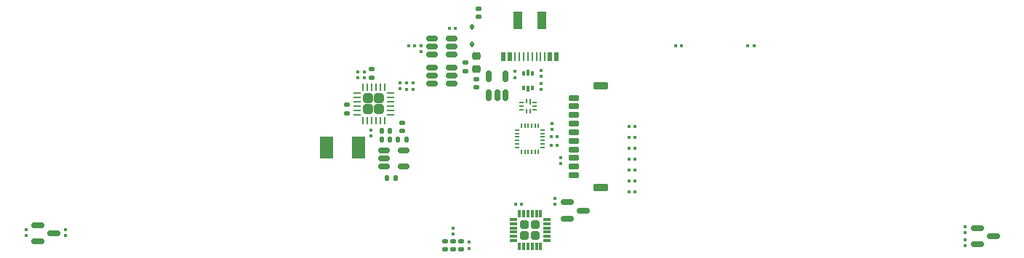
<source format=gbr>
%TF.GenerationSoftware,KiCad,Pcbnew,(7.0.0)*%
%TF.CreationDate,2023-10-05T11:29:09+03:00*%
%TF.ProjectId,Controller,436f6e74-726f-46c6-9c65-722e6b696361,1.0*%
%TF.SameCoordinates,Original*%
%TF.FileFunction,Paste,Top*%
%TF.FilePolarity,Positive*%
%FSLAX46Y46*%
G04 Gerber Fmt 4.6, Leading zero omitted, Abs format (unit mm)*
G04 Created by KiCad (PCBNEW (7.0.0)) date 2023-10-05 11:29:09*
%MOMM*%
%LPD*%
G01*
G04 APERTURE LIST*
G04 Aperture macros list*
%AMRoundRect*
0 Rectangle with rounded corners*
0 $1 Rounding radius*
0 $2 $3 $4 $5 $6 $7 $8 $9 X,Y pos of 4 corners*
0 Add a 4 corners polygon primitive as box body*
4,1,4,$2,$3,$4,$5,$6,$7,$8,$9,$2,$3,0*
0 Add four circle primitives for the rounded corners*
1,1,$1+$1,$2,$3*
1,1,$1+$1,$4,$5*
1,1,$1+$1,$6,$7*
1,1,$1+$1,$8,$9*
0 Add four rect primitives between the rounded corners*
20,1,$1+$1,$2,$3,$4,$5,0*
20,1,$1+$1,$4,$5,$6,$7,0*
20,1,$1+$1,$6,$7,$8,$9,0*
20,1,$1+$1,$8,$9,$2,$3,0*%
G04 Aperture macros list end*
%ADD10RoundRect,0.050000X0.050000X-0.225000X0.050000X0.225000X-0.050000X0.225000X-0.050000X-0.225000X0*%
%ADD11RoundRect,0.050000X0.225000X0.050000X-0.225000X0.050000X-0.225000X-0.050000X0.225000X-0.050000X0*%
%ADD12RoundRect,0.079500X-0.079500X-0.100500X0.079500X-0.100500X0.079500X0.100500X-0.079500X0.100500X0*%
%ADD13RoundRect,0.079500X0.079500X0.100500X-0.079500X0.100500X-0.079500X-0.100500X0.079500X-0.100500X0*%
%ADD14RoundRect,0.079500X-0.100500X0.079500X-0.100500X-0.079500X0.100500X-0.079500X0.100500X0.079500X0*%
%ADD15R,1.000000X2.000000*%
%ADD16R,0.520000X1.000000*%
%ADD17R,0.270000X1.000000*%
%ADD18RoundRect,0.150000X-0.512500X-0.150000X0.512500X-0.150000X0.512500X0.150000X-0.512500X0.150000X0*%
%ADD19RoundRect,0.218750X-0.256250X0.218750X-0.256250X-0.218750X0.256250X-0.218750X0.256250X0.218750X0*%
%ADD20RoundRect,0.150000X-0.587500X-0.150000X0.587500X-0.150000X0.587500X0.150000X-0.587500X0.150000X0*%
%ADD21RoundRect,0.079500X0.100500X-0.079500X0.100500X0.079500X-0.100500X0.079500X-0.100500X-0.079500X0*%
%ADD22RoundRect,0.140000X0.170000X-0.140000X0.170000X0.140000X-0.170000X0.140000X-0.170000X-0.140000X0*%
%ADD23R,0.225000X0.663000*%
%ADD24R,0.225000X0.563000*%
%ADD25R,0.563000X0.225000*%
%ADD26R,1.500000X2.500000*%
%ADD27RoundRect,0.250000X0.315000X0.315000X-0.315000X0.315000X-0.315000X-0.315000X0.315000X-0.315000X0*%
%ADD28RoundRect,0.062500X0.375000X0.062500X-0.375000X0.062500X-0.375000X-0.062500X0.375000X-0.062500X0*%
%ADD29RoundRect,0.062500X0.062500X0.375000X-0.062500X0.375000X-0.062500X-0.375000X0.062500X-0.375000X0*%
%ADD30RoundRect,0.147500X0.172500X-0.147500X0.172500X0.147500X-0.172500X0.147500X-0.172500X-0.147500X0*%
%ADD31RoundRect,0.140000X-0.170000X0.140000X-0.170000X-0.140000X0.170000X-0.140000X0.170000X0.140000X0*%
%ADD32R,0.375000X0.500000*%
%ADD33R,0.300000X0.650000*%
%ADD34RoundRect,0.140000X-0.140000X-0.170000X0.140000X-0.170000X0.140000X0.170000X-0.140000X0.170000X0*%
%ADD35RoundRect,0.150000X0.150000X-0.512500X0.150000X0.512500X-0.150000X0.512500X-0.150000X-0.512500X0*%
%ADD36RoundRect,0.140000X0.140000X0.170000X-0.140000X0.170000X-0.140000X-0.170000X0.140000X-0.170000X0*%
%ADD37RoundRect,0.247500X-0.247500X-0.247500X0.247500X-0.247500X0.247500X0.247500X-0.247500X0.247500X0*%
%ADD38RoundRect,0.075000X-0.362500X-0.075000X0.362500X-0.075000X0.362500X0.075000X-0.362500X0.075000X0*%
%ADD39RoundRect,0.075000X-0.075000X-0.362500X0.075000X-0.362500X0.075000X0.362500X-0.075000X0.362500X0*%
%ADD40RoundRect,0.112500X0.112500X-0.187500X0.112500X0.187500X-0.112500X0.187500X-0.112500X-0.187500X0*%
%ADD41RoundRect,0.150000X0.512500X0.150000X-0.512500X0.150000X-0.512500X-0.150000X0.512500X-0.150000X0*%
%ADD42RoundRect,0.150000X0.475000X-0.150000X0.475000X0.150000X-0.475000X0.150000X-0.475000X-0.150000X0*%
%ADD43RoundRect,0.225000X0.625000X-0.225000X0.625000X0.225000X-0.625000X0.225000X-0.625000X-0.225000X0*%
G04 APERTURE END LIST*
D10*
%TO.C,U501*%
X140478000Y-88900000D03*
X140878000Y-88900000D03*
X141278000Y-88900000D03*
X141678000Y-88900000D03*
X142078000Y-88900000D03*
X142478000Y-88900000D03*
D11*
X142978000Y-88400000D03*
X142978000Y-88000000D03*
X142978000Y-87600000D03*
X142978000Y-87200000D03*
X142978000Y-86800000D03*
X142978000Y-86400000D03*
D10*
X142478000Y-85900000D03*
X142078000Y-85900000D03*
X141678000Y-85900000D03*
X141278000Y-85900000D03*
X140878000Y-85900000D03*
X140478000Y-85900000D03*
D11*
X139978000Y-86400000D03*
X139978000Y-86800000D03*
X139978000Y-87200000D03*
X139978000Y-87600000D03*
X139978000Y-88000000D03*
X139978000Y-88400000D03*
%TD*%
D12*
%TO.C,R301*%
X127326000Y-76606400D03*
X128016000Y-76606400D03*
%TD*%
D13*
%TO.C,R515*%
X159095000Y-76581000D03*
X158405000Y-76581000D03*
%TD*%
D12*
%TO.C,R504*%
X152980000Y-92329000D03*
X153670000Y-92329000D03*
%TD*%
D14*
%TO.C,C309*%
X122936000Y-86399000D03*
X122936000Y-87089000D03*
%TD*%
D15*
%TO.C,J101*%
X142877999Y-73607999D03*
X140077999Y-73607999D03*
D16*
X144577999Y-77807999D03*
X143827999Y-77807999D03*
D17*
X143227999Y-77807999D03*
X141727999Y-77807999D03*
X140727999Y-77807999D03*
X139727999Y-77807999D03*
D16*
X139127999Y-77807999D03*
X138377999Y-77807999D03*
X138377999Y-77807999D03*
X139127999Y-77807999D03*
D17*
X140227999Y-77807999D03*
X141227999Y-77807999D03*
X142227999Y-77807999D03*
X142727999Y-77807999D03*
D16*
X143827999Y-77807999D03*
X144577999Y-77807999D03*
%TD*%
D18*
%TO.C,U302*%
X130048000Y-79096000D03*
X130048000Y-80046000D03*
X130048000Y-80996000D03*
X132323000Y-80996000D03*
X132323000Y-80046000D03*
X132323000Y-79096000D03*
%TD*%
D12*
%TO.C,R506*%
X153005000Y-91059000D03*
X153695000Y-91059000D03*
%TD*%
D14*
%TO.C,R303*%
X121412000Y-79640000D03*
X121412000Y-80330000D03*
%TD*%
D19*
%TO.C,FB201*%
X135229600Y-77723800D03*
X135229600Y-79298800D03*
%TD*%
D20*
%TO.C,Q501*%
X145826000Y-94808000D03*
X145826000Y-96708000D03*
X147701000Y-95758000D03*
%TD*%
D21*
%TO.C,R512*%
X192151000Y-99877000D03*
X192151000Y-99187000D03*
%TD*%
D22*
%TO.C,C302*%
X123063000Y-80267000D03*
X123063000Y-79307000D03*
%TD*%
D23*
%TO.C,U202*%
X141474799Y-83098299D03*
D24*
X141074799Y-83048299D03*
D25*
X140506299Y-83216799D03*
X140506299Y-83616799D03*
X140506299Y-84016799D03*
D24*
X141074799Y-84185299D03*
X141474799Y-84185299D03*
D25*
X142043299Y-84016799D03*
X142043299Y-83616799D03*
X142043299Y-83216799D03*
%TD*%
D13*
%TO.C,C503*%
X140462000Y-94996000D03*
X139772000Y-94996000D03*
%TD*%
D26*
%TO.C,L301*%
X121538999Y-88394999D03*
X117838999Y-88394999D03*
%TD*%
D14*
%TO.C,R305*%
X127127000Y-80935000D03*
X127127000Y-81625000D03*
%TD*%
D13*
%TO.C,R514*%
X167543000Y-76581000D03*
X166853000Y-76581000D03*
%TD*%
D27*
%TO.C,U304*%
X123934500Y-83985000D03*
X123934500Y-82685000D03*
X122634500Y-83985000D03*
X122634500Y-82685000D03*
D28*
X125222000Y-84585000D03*
X125222000Y-84085000D03*
X125222000Y-83585000D03*
X125222000Y-83085000D03*
X125222000Y-82585000D03*
X125222000Y-82085000D03*
D29*
X124534500Y-81397500D03*
X124034500Y-81397500D03*
X123534500Y-81397500D03*
X123034500Y-81397500D03*
X122534500Y-81397500D03*
X122034500Y-81397500D03*
D28*
X121347000Y-82085000D03*
X121347000Y-82585000D03*
X121347000Y-83085000D03*
X121347000Y-83585000D03*
X121347000Y-84085000D03*
X121347000Y-84585000D03*
D29*
X122034500Y-85272500D03*
X122534500Y-85272500D03*
X123034500Y-85272500D03*
X123534500Y-85272500D03*
X124034500Y-85272500D03*
X124534500Y-85272500D03*
%TD*%
D30*
%TO.C,L101*%
X135509000Y-73230600D03*
X135509000Y-72260600D03*
%TD*%
D31*
%TO.C,C304*%
X126619000Y-85527000D03*
X126619000Y-86487000D03*
%TD*%
D12*
%TO.C,R505*%
X153005000Y-89789000D03*
X153695000Y-89789000D03*
%TD*%
%TO.C,R502*%
X153005000Y-87249000D03*
X153695000Y-87249000D03*
%TD*%
D32*
%TO.C,U203*%
X141779999Y-79755999D03*
D33*
X141242499Y-79680999D03*
D32*
X140704999Y-79755999D03*
X140704999Y-81455999D03*
D33*
X141242499Y-81530999D03*
D32*
X141779999Y-81455999D03*
%TD*%
D21*
%TO.C,R513*%
X82804000Y-98704000D03*
X82804000Y-98014000D03*
%TD*%
D31*
%TO.C,C303*%
X120142000Y-83470000D03*
X120142000Y-84430000D03*
%TD*%
D14*
%TO.C,R201*%
X142796000Y-80971000D03*
X142796000Y-81661000D03*
%TD*%
D34*
%TO.C,C301*%
X124234000Y-86490000D03*
X125194000Y-86490000D03*
%TD*%
D14*
%TO.C,R306*%
X127889000Y-80935000D03*
X127889000Y-81625000D03*
%TD*%
%TO.C,R202*%
X142796000Y-79477000D03*
X142796000Y-80167000D03*
%TD*%
D31*
%TO.C,C401*%
X133504000Y-99342000D03*
X133504000Y-100302000D03*
%TD*%
%TO.C,C202*%
X135255000Y-80447000D03*
X135255000Y-81407000D03*
%TD*%
D12*
%TO.C,R302*%
X132116000Y-74549000D03*
X132806000Y-74549000D03*
%TD*%
D35*
%TO.C,U201*%
X136718000Y-82372500D03*
X137668000Y-82372500D03*
X138618000Y-82372500D03*
X138618000Y-80097500D03*
X136718000Y-80097500D03*
%TD*%
D14*
%TO.C,C502*%
X144018000Y-85634000D03*
X144018000Y-86324000D03*
%TD*%
D21*
%TO.C,R511*%
X87376000Y-98704000D03*
X87376000Y-98014000D03*
%TD*%
D31*
%TO.C,C201*%
X134010400Y-78542000D03*
X134010400Y-79502000D03*
%TD*%
D21*
%TO.C,R304*%
X122174000Y-80330000D03*
X122174000Y-79640000D03*
%TD*%
D34*
%TO.C,C307*%
X124869000Y-91948000D03*
X125829000Y-91948000D03*
%TD*%
D31*
%TO.C,C402*%
X132541000Y-99342000D03*
X132541000Y-100302000D03*
%TD*%
D21*
%TO.C,R403*%
X132537200Y-98516000D03*
X132537200Y-97826000D03*
%TD*%
D14*
%TO.C,R510*%
X192151000Y-97663000D03*
X192151000Y-98353000D03*
%TD*%
%TO.C,C306*%
X128778000Y-76606400D03*
X128778000Y-77296400D03*
%TD*%
D12*
%TO.C,C505*%
X143927000Y-87122000D03*
X144617000Y-87122000D03*
%TD*%
D14*
%TO.C,R308*%
X126365000Y-80869000D03*
X126365000Y-81559000D03*
%TD*%
%TO.C,C405*%
X134396000Y-99477000D03*
X134396000Y-100167000D03*
%TD*%
D31*
%TO.C,C403*%
X131599000Y-99344000D03*
X131599000Y-100304000D03*
%TD*%
D12*
%TO.C,R501*%
X152980000Y-88519000D03*
X153670000Y-88519000D03*
%TD*%
D36*
%TO.C,C308*%
X127099000Y-87506000D03*
X126139000Y-87506000D03*
%TD*%
D37*
%TO.C,U503*%
X140868000Y-97434000D03*
X140868000Y-98654000D03*
X142088000Y-97434000D03*
X142088000Y-98654000D03*
D38*
X139540500Y-96794000D03*
X139540500Y-97294000D03*
X139540500Y-97794000D03*
X139540500Y-98294000D03*
X139540500Y-98794000D03*
X139540500Y-99294000D03*
D39*
X140228000Y-99981500D03*
X140728000Y-99981500D03*
X141228000Y-99981500D03*
X141728000Y-99981500D03*
X142228000Y-99981500D03*
X142728000Y-99981500D03*
D38*
X143415500Y-99294000D03*
X143415500Y-98794000D03*
X143415500Y-98294000D03*
X143415500Y-97794000D03*
X143415500Y-97294000D03*
X143415500Y-96794000D03*
D39*
X142728000Y-96106500D03*
X142228000Y-96106500D03*
X141728000Y-96106500D03*
X141228000Y-96106500D03*
X140728000Y-96106500D03*
X140228000Y-96106500D03*
%TD*%
D12*
%TO.C,R507*%
X152980000Y-85979000D03*
X153670000Y-85979000D03*
%TD*%
D40*
%TO.C,D201*%
X134721600Y-76437200D03*
X134721600Y-74337200D03*
%TD*%
D20*
%TO.C,Q503*%
X84152500Y-97475000D03*
X84152500Y-99375000D03*
X86027500Y-98425000D03*
%TD*%
D14*
%TO.C,R203*%
X139748000Y-79574000D03*
X139748000Y-80264000D03*
%TD*%
D12*
%TO.C,C501*%
X143927000Y-88138000D03*
X144617000Y-88138000D03*
%TD*%
D14*
%TO.C,R509*%
X144399000Y-94336000D03*
X144399000Y-95026000D03*
%TD*%
D20*
%TO.C,Q502*%
X193548000Y-97795000D03*
X193548000Y-99695000D03*
X195423000Y-98745000D03*
%TD*%
D41*
%TO.C,U301*%
X132328500Y-77592000D03*
X132328500Y-76642000D03*
X132328500Y-75692000D03*
X130053500Y-75692000D03*
X130053500Y-76642000D03*
X130053500Y-77592000D03*
%TD*%
D42*
%TO.C,J502*%
X146558000Y-91646000D03*
X146558000Y-90646000D03*
X146558000Y-89646000D03*
X146558000Y-88646000D03*
X146558000Y-87646000D03*
X146558000Y-86646000D03*
X146558000Y-85646000D03*
X146558000Y-84646000D03*
X146558000Y-83646000D03*
X146558000Y-82646000D03*
D43*
X149683000Y-93096000D03*
X149683000Y-81196000D03*
%TD*%
D12*
%TO.C,R503*%
X153005000Y-93599000D03*
X153695000Y-93599000D03*
%TD*%
D14*
%TO.C,R508*%
X145039000Y-89637000D03*
X145039000Y-90327000D03*
%TD*%
D18*
%TO.C,U303*%
X124516500Y-88767000D03*
X124516500Y-89717000D03*
X124516500Y-90667000D03*
X126791500Y-90667000D03*
X126791500Y-88767000D03*
%TD*%
D34*
%TO.C,C305*%
X124234000Y-87506000D03*
X125194000Y-87506000D03*
%TD*%
M02*

</source>
